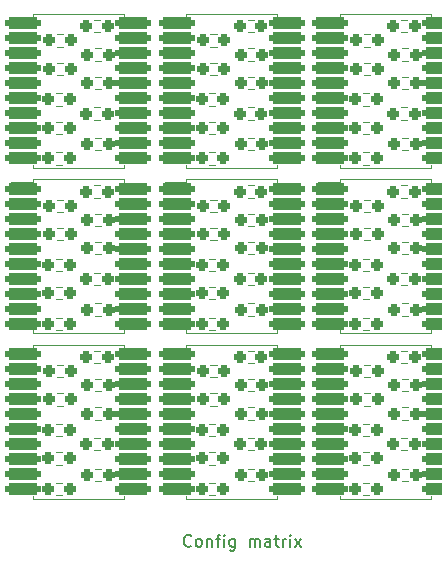
<source format=gto>
G04 #@! TF.GenerationSoftware,KiCad,Pcbnew,7.0.7*
G04 #@! TF.CreationDate,2023-11-30T18:24:32+01:00*
G04 #@! TF.ProjectId,10K_RNet,31304b5f-524e-4657-942e-6b696361645f,rev?*
G04 #@! TF.SameCoordinates,Original*
G04 #@! TF.FileFunction,Legend,Top*
G04 #@! TF.FilePolarity,Positive*
%FSLAX46Y46*%
G04 Gerber Fmt 4.6, Leading zero omitted, Abs format (unit mm)*
G04 Created by KiCad (PCBNEW 7.0.7) date 2023-11-30 18:24:32*
%MOMM*%
%LPD*%
G01*
G04 APERTURE LIST*
G04 Aperture macros list*
%AMRoundRect*
0 Rectangle with rounded corners*
0 $1 Rounding radius*
0 $2 $3 $4 $5 $6 $7 $8 $9 X,Y pos of 4 corners*
0 Add a 4 corners polygon primitive as box body*
4,1,4,$2,$3,$4,$5,$6,$7,$8,$9,$2,$3,0*
0 Add four circle primitives for the rounded corners*
1,1,$1+$1,$2,$3*
1,1,$1+$1,$4,$5*
1,1,$1+$1,$6,$7*
1,1,$1+$1,$8,$9*
0 Add four rect primitives between the rounded corners*
20,1,$1+$1,$2,$3,$4,$5,0*
20,1,$1+$1,$4,$5,$6,$7,0*
20,1,$1+$1,$6,$7,$8,$9,0*
20,1,$1+$1,$8,$9,$2,$3,0*%
G04 Aperture macros list end*
%ADD10C,0.150000*%
%ADD11C,0.120000*%
%ADD12RoundRect,0.237500X-0.250000X-0.237500X0.250000X-0.237500X0.250000X0.237500X-0.250000X0.237500X0*%
%ADD13RoundRect,0.275000X-1.225000X-0.275000X1.225000X-0.275000X1.225000X0.275000X-1.225000X0.275000X0*%
G04 APERTURE END LIST*
D10*
X76908207Y-85774580D02*
X76860588Y-85822200D01*
X76860588Y-85822200D02*
X76717731Y-85869819D01*
X76717731Y-85869819D02*
X76622493Y-85869819D01*
X76622493Y-85869819D02*
X76479636Y-85822200D01*
X76479636Y-85822200D02*
X76384398Y-85726961D01*
X76384398Y-85726961D02*
X76336779Y-85631723D01*
X76336779Y-85631723D02*
X76289160Y-85441247D01*
X76289160Y-85441247D02*
X76289160Y-85298390D01*
X76289160Y-85298390D02*
X76336779Y-85107914D01*
X76336779Y-85107914D02*
X76384398Y-85012676D01*
X76384398Y-85012676D02*
X76479636Y-84917438D01*
X76479636Y-84917438D02*
X76622493Y-84869819D01*
X76622493Y-84869819D02*
X76717731Y-84869819D01*
X76717731Y-84869819D02*
X76860588Y-84917438D01*
X76860588Y-84917438D02*
X76908207Y-84965057D01*
X77479636Y-85869819D02*
X77384398Y-85822200D01*
X77384398Y-85822200D02*
X77336779Y-85774580D01*
X77336779Y-85774580D02*
X77289160Y-85679342D01*
X77289160Y-85679342D02*
X77289160Y-85393628D01*
X77289160Y-85393628D02*
X77336779Y-85298390D01*
X77336779Y-85298390D02*
X77384398Y-85250771D01*
X77384398Y-85250771D02*
X77479636Y-85203152D01*
X77479636Y-85203152D02*
X77622493Y-85203152D01*
X77622493Y-85203152D02*
X77717731Y-85250771D01*
X77717731Y-85250771D02*
X77765350Y-85298390D01*
X77765350Y-85298390D02*
X77812969Y-85393628D01*
X77812969Y-85393628D02*
X77812969Y-85679342D01*
X77812969Y-85679342D02*
X77765350Y-85774580D01*
X77765350Y-85774580D02*
X77717731Y-85822200D01*
X77717731Y-85822200D02*
X77622493Y-85869819D01*
X77622493Y-85869819D02*
X77479636Y-85869819D01*
X78241541Y-85203152D02*
X78241541Y-85869819D01*
X78241541Y-85298390D02*
X78289160Y-85250771D01*
X78289160Y-85250771D02*
X78384398Y-85203152D01*
X78384398Y-85203152D02*
X78527255Y-85203152D01*
X78527255Y-85203152D02*
X78622493Y-85250771D01*
X78622493Y-85250771D02*
X78670112Y-85346009D01*
X78670112Y-85346009D02*
X78670112Y-85869819D01*
X79003446Y-85203152D02*
X79384398Y-85203152D01*
X79146303Y-85869819D02*
X79146303Y-85012676D01*
X79146303Y-85012676D02*
X79193922Y-84917438D01*
X79193922Y-84917438D02*
X79289160Y-84869819D01*
X79289160Y-84869819D02*
X79384398Y-84869819D01*
X79717732Y-85869819D02*
X79717732Y-85203152D01*
X79717732Y-84869819D02*
X79670113Y-84917438D01*
X79670113Y-84917438D02*
X79717732Y-84965057D01*
X79717732Y-84965057D02*
X79765351Y-84917438D01*
X79765351Y-84917438D02*
X79717732Y-84869819D01*
X79717732Y-84869819D02*
X79717732Y-84965057D01*
X80622493Y-85203152D02*
X80622493Y-86012676D01*
X80622493Y-86012676D02*
X80574874Y-86107914D01*
X80574874Y-86107914D02*
X80527255Y-86155533D01*
X80527255Y-86155533D02*
X80432017Y-86203152D01*
X80432017Y-86203152D02*
X80289160Y-86203152D01*
X80289160Y-86203152D02*
X80193922Y-86155533D01*
X80622493Y-85822200D02*
X80527255Y-85869819D01*
X80527255Y-85869819D02*
X80336779Y-85869819D01*
X80336779Y-85869819D02*
X80241541Y-85822200D01*
X80241541Y-85822200D02*
X80193922Y-85774580D01*
X80193922Y-85774580D02*
X80146303Y-85679342D01*
X80146303Y-85679342D02*
X80146303Y-85393628D01*
X80146303Y-85393628D02*
X80193922Y-85298390D01*
X80193922Y-85298390D02*
X80241541Y-85250771D01*
X80241541Y-85250771D02*
X80336779Y-85203152D01*
X80336779Y-85203152D02*
X80527255Y-85203152D01*
X80527255Y-85203152D02*
X80622493Y-85250771D01*
X81860589Y-85869819D02*
X81860589Y-85203152D01*
X81860589Y-85298390D02*
X81908208Y-85250771D01*
X81908208Y-85250771D02*
X82003446Y-85203152D01*
X82003446Y-85203152D02*
X82146303Y-85203152D01*
X82146303Y-85203152D02*
X82241541Y-85250771D01*
X82241541Y-85250771D02*
X82289160Y-85346009D01*
X82289160Y-85346009D02*
X82289160Y-85869819D01*
X82289160Y-85346009D02*
X82336779Y-85250771D01*
X82336779Y-85250771D02*
X82432017Y-85203152D01*
X82432017Y-85203152D02*
X82574874Y-85203152D01*
X82574874Y-85203152D02*
X82670113Y-85250771D01*
X82670113Y-85250771D02*
X82717732Y-85346009D01*
X82717732Y-85346009D02*
X82717732Y-85869819D01*
X83622493Y-85869819D02*
X83622493Y-85346009D01*
X83622493Y-85346009D02*
X83574874Y-85250771D01*
X83574874Y-85250771D02*
X83479636Y-85203152D01*
X83479636Y-85203152D02*
X83289160Y-85203152D01*
X83289160Y-85203152D02*
X83193922Y-85250771D01*
X83622493Y-85822200D02*
X83527255Y-85869819D01*
X83527255Y-85869819D02*
X83289160Y-85869819D01*
X83289160Y-85869819D02*
X83193922Y-85822200D01*
X83193922Y-85822200D02*
X83146303Y-85726961D01*
X83146303Y-85726961D02*
X83146303Y-85631723D01*
X83146303Y-85631723D02*
X83193922Y-85536485D01*
X83193922Y-85536485D02*
X83289160Y-85488866D01*
X83289160Y-85488866D02*
X83527255Y-85488866D01*
X83527255Y-85488866D02*
X83622493Y-85441247D01*
X83955827Y-85203152D02*
X84336779Y-85203152D01*
X84098684Y-84869819D02*
X84098684Y-85726961D01*
X84098684Y-85726961D02*
X84146303Y-85822200D01*
X84146303Y-85822200D02*
X84241541Y-85869819D01*
X84241541Y-85869819D02*
X84336779Y-85869819D01*
X84670113Y-85869819D02*
X84670113Y-85203152D01*
X84670113Y-85393628D02*
X84717732Y-85298390D01*
X84717732Y-85298390D02*
X84765351Y-85250771D01*
X84765351Y-85250771D02*
X84860589Y-85203152D01*
X84860589Y-85203152D02*
X84955827Y-85203152D01*
X85289161Y-85869819D02*
X85289161Y-85203152D01*
X85289161Y-84869819D02*
X85241542Y-84917438D01*
X85241542Y-84917438D02*
X85289161Y-84965057D01*
X85289161Y-84965057D02*
X85336780Y-84917438D01*
X85336780Y-84917438D02*
X85289161Y-84869819D01*
X85289161Y-84869819D02*
X85289161Y-84965057D01*
X85670113Y-85869819D02*
X86193922Y-85203152D01*
X85670113Y-85203152D02*
X86193922Y-85869819D01*
D11*
X91545276Y-70477500D02*
X92054724Y-70477500D01*
X91545276Y-71522500D02*
X92054724Y-71522500D01*
X94745276Y-74077500D02*
X95254724Y-74077500D01*
X94745276Y-75122500D02*
X95254724Y-75122500D01*
X94695276Y-69277500D02*
X95204724Y-69277500D01*
X94695276Y-70322500D02*
X95204724Y-70322500D01*
X91445276Y-75477500D02*
X91954724Y-75477500D01*
X91445276Y-76522500D02*
X91954724Y-76522500D01*
X94745276Y-79277500D02*
X95254724Y-79277500D01*
X94745276Y-80322500D02*
X95254724Y-80322500D01*
X91545276Y-72877500D02*
X92054724Y-72877500D01*
X91545276Y-73922500D02*
X92054724Y-73922500D01*
X89490000Y-68775000D02*
X89490000Y-69010000D01*
X89490000Y-69010000D02*
X87675000Y-69010000D01*
X89490000Y-81795000D02*
X89490000Y-81560000D01*
X93350000Y-68775000D02*
X89490000Y-68775000D01*
X93350000Y-68775000D02*
X97210000Y-68775000D01*
X93350000Y-81795000D02*
X89490000Y-81795000D01*
X93350000Y-81795000D02*
X97210000Y-81795000D01*
X97210000Y-68775000D02*
X97210000Y-69010000D01*
X97210000Y-81795000D02*
X97210000Y-81560000D01*
X94745276Y-71677500D02*
X95254724Y-71677500D01*
X94745276Y-72722500D02*
X95254724Y-72722500D01*
X91445276Y-77877500D02*
X91954724Y-77877500D01*
X91445276Y-78922500D02*
X91954724Y-78922500D01*
X91445276Y-80477500D02*
X91954724Y-80477500D01*
X91445276Y-81522500D02*
X91954724Y-81522500D01*
X94695276Y-76677500D02*
X95204724Y-76677500D01*
X94695276Y-77722500D02*
X95204724Y-77722500D01*
X78545276Y-70477500D02*
X79054724Y-70477500D01*
X78545276Y-71522500D02*
X79054724Y-71522500D01*
X81745276Y-74077500D02*
X82254724Y-74077500D01*
X81745276Y-75122500D02*
X82254724Y-75122500D01*
X81695276Y-69277500D02*
X82204724Y-69277500D01*
X81695276Y-70322500D02*
X82204724Y-70322500D01*
X78445276Y-75477500D02*
X78954724Y-75477500D01*
X78445276Y-76522500D02*
X78954724Y-76522500D01*
X81745276Y-79277500D02*
X82254724Y-79277500D01*
X81745276Y-80322500D02*
X82254724Y-80322500D01*
X78545276Y-72877500D02*
X79054724Y-72877500D01*
X78545276Y-73922500D02*
X79054724Y-73922500D01*
X76490000Y-68775000D02*
X76490000Y-69010000D01*
X76490000Y-69010000D02*
X74675000Y-69010000D01*
X76490000Y-81795000D02*
X76490000Y-81560000D01*
X80350000Y-68775000D02*
X76490000Y-68775000D01*
X80350000Y-68775000D02*
X84210000Y-68775000D01*
X80350000Y-81795000D02*
X76490000Y-81795000D01*
X80350000Y-81795000D02*
X84210000Y-81795000D01*
X84210000Y-68775000D02*
X84210000Y-69010000D01*
X84210000Y-81795000D02*
X84210000Y-81560000D01*
X81745276Y-71677500D02*
X82254724Y-71677500D01*
X81745276Y-72722500D02*
X82254724Y-72722500D01*
X78445276Y-77877500D02*
X78954724Y-77877500D01*
X78445276Y-78922500D02*
X78954724Y-78922500D01*
X78445276Y-80477500D02*
X78954724Y-80477500D01*
X78445276Y-81522500D02*
X78954724Y-81522500D01*
X81695276Y-76677500D02*
X82204724Y-76677500D01*
X81695276Y-77722500D02*
X82204724Y-77722500D01*
X91545276Y-56477500D02*
X92054724Y-56477500D01*
X91545276Y-57522500D02*
X92054724Y-57522500D01*
X94745276Y-60077500D02*
X95254724Y-60077500D01*
X94745276Y-61122500D02*
X95254724Y-61122500D01*
X94695276Y-55277500D02*
X95204724Y-55277500D01*
X94695276Y-56322500D02*
X95204724Y-56322500D01*
X91445276Y-61477500D02*
X91954724Y-61477500D01*
X91445276Y-62522500D02*
X91954724Y-62522500D01*
X94745276Y-65277500D02*
X95254724Y-65277500D01*
X94745276Y-66322500D02*
X95254724Y-66322500D01*
X91545276Y-58877500D02*
X92054724Y-58877500D01*
X91545276Y-59922500D02*
X92054724Y-59922500D01*
X89490000Y-54775000D02*
X89490000Y-55010000D01*
X89490000Y-55010000D02*
X87675000Y-55010000D01*
X89490000Y-67795000D02*
X89490000Y-67560000D01*
X93350000Y-54775000D02*
X89490000Y-54775000D01*
X93350000Y-54775000D02*
X97210000Y-54775000D01*
X93350000Y-67795000D02*
X89490000Y-67795000D01*
X93350000Y-67795000D02*
X97210000Y-67795000D01*
X97210000Y-54775000D02*
X97210000Y-55010000D01*
X97210000Y-67795000D02*
X97210000Y-67560000D01*
X94745276Y-57677500D02*
X95254724Y-57677500D01*
X94745276Y-58722500D02*
X95254724Y-58722500D01*
X91445276Y-63877500D02*
X91954724Y-63877500D01*
X91445276Y-64922500D02*
X91954724Y-64922500D01*
X91445276Y-66477500D02*
X91954724Y-66477500D01*
X91445276Y-67522500D02*
X91954724Y-67522500D01*
X94695276Y-62677500D02*
X95204724Y-62677500D01*
X94695276Y-63722500D02*
X95204724Y-63722500D01*
X78545276Y-56477500D02*
X79054724Y-56477500D01*
X78545276Y-57522500D02*
X79054724Y-57522500D01*
X81745276Y-60077500D02*
X82254724Y-60077500D01*
X81745276Y-61122500D02*
X82254724Y-61122500D01*
X81695276Y-55277500D02*
X82204724Y-55277500D01*
X81695276Y-56322500D02*
X82204724Y-56322500D01*
X78445276Y-61477500D02*
X78954724Y-61477500D01*
X78445276Y-62522500D02*
X78954724Y-62522500D01*
X81745276Y-65277500D02*
X82254724Y-65277500D01*
X81745276Y-66322500D02*
X82254724Y-66322500D01*
X78545276Y-58877500D02*
X79054724Y-58877500D01*
X78545276Y-59922500D02*
X79054724Y-59922500D01*
X76490000Y-54775000D02*
X76490000Y-55010000D01*
X76490000Y-55010000D02*
X74675000Y-55010000D01*
X76490000Y-67795000D02*
X76490000Y-67560000D01*
X80350000Y-54775000D02*
X76490000Y-54775000D01*
X80350000Y-54775000D02*
X84210000Y-54775000D01*
X80350000Y-67795000D02*
X76490000Y-67795000D01*
X80350000Y-67795000D02*
X84210000Y-67795000D01*
X84210000Y-54775000D02*
X84210000Y-55010000D01*
X84210000Y-67795000D02*
X84210000Y-67560000D01*
X81745276Y-57677500D02*
X82254724Y-57677500D01*
X81745276Y-58722500D02*
X82254724Y-58722500D01*
X78445276Y-63877500D02*
X78954724Y-63877500D01*
X78445276Y-64922500D02*
X78954724Y-64922500D01*
X78445276Y-66477500D02*
X78954724Y-66477500D01*
X78445276Y-67522500D02*
X78954724Y-67522500D01*
X81695276Y-62677500D02*
X82204724Y-62677500D01*
X81695276Y-63722500D02*
X82204724Y-63722500D01*
X65545276Y-70477500D02*
X66054724Y-70477500D01*
X65545276Y-71522500D02*
X66054724Y-71522500D01*
X68745276Y-74077500D02*
X69254724Y-74077500D01*
X68745276Y-75122500D02*
X69254724Y-75122500D01*
X68695276Y-69277500D02*
X69204724Y-69277500D01*
X68695276Y-70322500D02*
X69204724Y-70322500D01*
X65445276Y-75477500D02*
X65954724Y-75477500D01*
X65445276Y-76522500D02*
X65954724Y-76522500D01*
X68745276Y-79277500D02*
X69254724Y-79277500D01*
X68745276Y-80322500D02*
X69254724Y-80322500D01*
X65545276Y-72877500D02*
X66054724Y-72877500D01*
X65545276Y-73922500D02*
X66054724Y-73922500D01*
X63490000Y-68775000D02*
X63490000Y-69010000D01*
X63490000Y-69010000D02*
X61675000Y-69010000D01*
X63490000Y-81795000D02*
X63490000Y-81560000D01*
X67350000Y-68775000D02*
X63490000Y-68775000D01*
X67350000Y-68775000D02*
X71210000Y-68775000D01*
X67350000Y-81795000D02*
X63490000Y-81795000D01*
X67350000Y-81795000D02*
X71210000Y-81795000D01*
X71210000Y-68775000D02*
X71210000Y-69010000D01*
X71210000Y-81795000D02*
X71210000Y-81560000D01*
X68745276Y-71677500D02*
X69254724Y-71677500D01*
X68745276Y-72722500D02*
X69254724Y-72722500D01*
X65445276Y-77877500D02*
X65954724Y-77877500D01*
X65445276Y-78922500D02*
X65954724Y-78922500D01*
X65445276Y-80477500D02*
X65954724Y-80477500D01*
X65445276Y-81522500D02*
X65954724Y-81522500D01*
X68695276Y-76677500D02*
X69204724Y-76677500D01*
X68695276Y-77722500D02*
X69204724Y-77722500D01*
X65545276Y-56477500D02*
X66054724Y-56477500D01*
X65545276Y-57522500D02*
X66054724Y-57522500D01*
X68745276Y-60077500D02*
X69254724Y-60077500D01*
X68745276Y-61122500D02*
X69254724Y-61122500D01*
X68695276Y-55277500D02*
X69204724Y-55277500D01*
X68695276Y-56322500D02*
X69204724Y-56322500D01*
X65445276Y-61477500D02*
X65954724Y-61477500D01*
X65445276Y-62522500D02*
X65954724Y-62522500D01*
X68745276Y-65277500D02*
X69254724Y-65277500D01*
X68745276Y-66322500D02*
X69254724Y-66322500D01*
X65545276Y-58877500D02*
X66054724Y-58877500D01*
X65545276Y-59922500D02*
X66054724Y-59922500D01*
X63490000Y-54775000D02*
X63490000Y-55010000D01*
X63490000Y-55010000D02*
X61675000Y-55010000D01*
X63490000Y-67795000D02*
X63490000Y-67560000D01*
X67350000Y-54775000D02*
X63490000Y-54775000D01*
X67350000Y-54775000D02*
X71210000Y-54775000D01*
X67350000Y-67795000D02*
X63490000Y-67795000D01*
X67350000Y-67795000D02*
X71210000Y-67795000D01*
X71210000Y-54775000D02*
X71210000Y-55010000D01*
X71210000Y-67795000D02*
X71210000Y-67560000D01*
X68745276Y-57677500D02*
X69254724Y-57677500D01*
X68745276Y-58722500D02*
X69254724Y-58722500D01*
X65445276Y-63877500D02*
X65954724Y-63877500D01*
X65445276Y-64922500D02*
X65954724Y-64922500D01*
X65445276Y-66477500D02*
X65954724Y-66477500D01*
X65445276Y-67522500D02*
X65954724Y-67522500D01*
X68695276Y-62677500D02*
X69204724Y-62677500D01*
X68695276Y-63722500D02*
X69204724Y-63722500D01*
X91545276Y-42477500D02*
X92054724Y-42477500D01*
X91545276Y-43522500D02*
X92054724Y-43522500D01*
X94745276Y-46077500D02*
X95254724Y-46077500D01*
X94745276Y-47122500D02*
X95254724Y-47122500D01*
X94695276Y-41277500D02*
X95204724Y-41277500D01*
X94695276Y-42322500D02*
X95204724Y-42322500D01*
X91445276Y-47477500D02*
X91954724Y-47477500D01*
X91445276Y-48522500D02*
X91954724Y-48522500D01*
X94745276Y-51277500D02*
X95254724Y-51277500D01*
X94745276Y-52322500D02*
X95254724Y-52322500D01*
X91545276Y-44877500D02*
X92054724Y-44877500D01*
X91545276Y-45922500D02*
X92054724Y-45922500D01*
X89490000Y-40775000D02*
X89490000Y-41010000D01*
X89490000Y-41010000D02*
X87675000Y-41010000D01*
X89490000Y-53795000D02*
X89490000Y-53560000D01*
X93350000Y-40775000D02*
X89490000Y-40775000D01*
X93350000Y-40775000D02*
X97210000Y-40775000D01*
X93350000Y-53795000D02*
X89490000Y-53795000D01*
X93350000Y-53795000D02*
X97210000Y-53795000D01*
X97210000Y-40775000D02*
X97210000Y-41010000D01*
X97210000Y-53795000D02*
X97210000Y-53560000D01*
X94745276Y-43677500D02*
X95254724Y-43677500D01*
X94745276Y-44722500D02*
X95254724Y-44722500D01*
X91445276Y-49877500D02*
X91954724Y-49877500D01*
X91445276Y-50922500D02*
X91954724Y-50922500D01*
X91445276Y-52477500D02*
X91954724Y-52477500D01*
X91445276Y-53522500D02*
X91954724Y-53522500D01*
X94695276Y-48677500D02*
X95204724Y-48677500D01*
X94695276Y-49722500D02*
X95204724Y-49722500D01*
X78545276Y-42477500D02*
X79054724Y-42477500D01*
X78545276Y-43522500D02*
X79054724Y-43522500D01*
X81745276Y-46077500D02*
X82254724Y-46077500D01*
X81745276Y-47122500D02*
X82254724Y-47122500D01*
X81695276Y-41277500D02*
X82204724Y-41277500D01*
X81695276Y-42322500D02*
X82204724Y-42322500D01*
X78445276Y-47477500D02*
X78954724Y-47477500D01*
X78445276Y-48522500D02*
X78954724Y-48522500D01*
X81745276Y-51277500D02*
X82254724Y-51277500D01*
X81745276Y-52322500D02*
X82254724Y-52322500D01*
X78545276Y-44877500D02*
X79054724Y-44877500D01*
X78545276Y-45922500D02*
X79054724Y-45922500D01*
X76490000Y-40775000D02*
X76490000Y-41010000D01*
X76490000Y-41010000D02*
X74675000Y-41010000D01*
X76490000Y-53795000D02*
X76490000Y-53560000D01*
X80350000Y-40775000D02*
X76490000Y-40775000D01*
X80350000Y-40775000D02*
X84210000Y-40775000D01*
X80350000Y-53795000D02*
X76490000Y-53795000D01*
X80350000Y-53795000D02*
X84210000Y-53795000D01*
X84210000Y-40775000D02*
X84210000Y-41010000D01*
X84210000Y-53795000D02*
X84210000Y-53560000D01*
X81745276Y-43677500D02*
X82254724Y-43677500D01*
X81745276Y-44722500D02*
X82254724Y-44722500D01*
X78445276Y-49877500D02*
X78954724Y-49877500D01*
X78445276Y-50922500D02*
X78954724Y-50922500D01*
X78445276Y-52477500D02*
X78954724Y-52477500D01*
X78445276Y-53522500D02*
X78954724Y-53522500D01*
X81695276Y-48677500D02*
X82204724Y-48677500D01*
X81695276Y-49722500D02*
X82204724Y-49722500D01*
X68695276Y-48677500D02*
X69204724Y-48677500D01*
X68695276Y-49722500D02*
X69204724Y-49722500D01*
X65445276Y-52477500D02*
X65954724Y-52477500D01*
X65445276Y-53522500D02*
X65954724Y-53522500D01*
X65445276Y-49877500D02*
X65954724Y-49877500D01*
X65445276Y-50922500D02*
X65954724Y-50922500D01*
X65545276Y-42477500D02*
X66054724Y-42477500D01*
X65545276Y-43522500D02*
X66054724Y-43522500D01*
X68745276Y-43677500D02*
X69254724Y-43677500D01*
X68745276Y-44722500D02*
X69254724Y-44722500D01*
X68745276Y-51277500D02*
X69254724Y-51277500D01*
X68745276Y-52322500D02*
X69254724Y-52322500D01*
X63490000Y-40775000D02*
X63490000Y-41010000D01*
X63490000Y-41010000D02*
X61675000Y-41010000D01*
X63490000Y-53795000D02*
X63490000Y-53560000D01*
X67350000Y-40775000D02*
X63490000Y-40775000D01*
X67350000Y-40775000D02*
X71210000Y-40775000D01*
X67350000Y-53795000D02*
X63490000Y-53795000D01*
X67350000Y-53795000D02*
X71210000Y-53795000D01*
X71210000Y-40775000D02*
X71210000Y-41010000D01*
X71210000Y-53795000D02*
X71210000Y-53560000D01*
X68695276Y-41277500D02*
X69204724Y-41277500D01*
X68695276Y-42322500D02*
X69204724Y-42322500D01*
X65545276Y-44877500D02*
X66054724Y-44877500D01*
X65545276Y-45922500D02*
X66054724Y-45922500D01*
X68745276Y-46077500D02*
X69254724Y-46077500D01*
X68745276Y-47122500D02*
X69254724Y-47122500D01*
X65445276Y-47477500D02*
X65954724Y-47477500D01*
X65445276Y-48522500D02*
X65954724Y-48522500D01*
%LPC*%
D12*
X90887500Y-71000000D03*
X92712500Y-71000000D03*
X94087500Y-74600000D03*
X95912500Y-74600000D03*
X94037500Y-69800000D03*
X95862500Y-69800000D03*
X90787500Y-76000000D03*
X92612500Y-76000000D03*
X94087500Y-79800000D03*
X95912500Y-79800000D03*
X90887500Y-73400000D03*
X92712500Y-73400000D03*
D13*
X88700000Y-69570000D03*
X88700000Y-72110000D03*
X88700000Y-73380000D03*
X88700000Y-74650000D03*
X88700000Y-75920000D03*
X88700000Y-77190000D03*
X88700000Y-78460000D03*
X88700000Y-79730000D03*
X88700000Y-81000000D03*
X98000000Y-69570000D03*
X98000000Y-70840000D03*
X98000000Y-72110000D03*
X98000000Y-73380000D03*
X98000000Y-74650000D03*
X98000000Y-75920000D03*
X98000000Y-77190000D03*
X98000000Y-78460000D03*
X98000000Y-79730000D03*
X98000000Y-81000000D03*
X88700000Y-70840000D03*
D12*
X94087500Y-72200000D03*
X95912500Y-72200000D03*
X90787500Y-78400000D03*
X92612500Y-78400000D03*
X90787500Y-81000000D03*
X92612500Y-81000000D03*
X94037500Y-77200000D03*
X95862500Y-77200000D03*
X77887500Y-71000000D03*
X79712500Y-71000000D03*
X81087500Y-74600000D03*
X82912500Y-74600000D03*
X81037500Y-69800000D03*
X82862500Y-69800000D03*
X77787500Y-76000000D03*
X79612500Y-76000000D03*
X81087500Y-79800000D03*
X82912500Y-79800000D03*
X77887500Y-73400000D03*
X79712500Y-73400000D03*
D13*
X75700000Y-69570000D03*
X75700000Y-72110000D03*
X75700000Y-73380000D03*
X75700000Y-74650000D03*
X75700000Y-75920000D03*
X75700000Y-77190000D03*
X75700000Y-78460000D03*
X75700000Y-79730000D03*
X75700000Y-81000000D03*
X85000000Y-69570000D03*
X85000000Y-70840000D03*
X85000000Y-72110000D03*
X85000000Y-73380000D03*
X85000000Y-74650000D03*
X85000000Y-75920000D03*
X85000000Y-77190000D03*
X85000000Y-78460000D03*
X85000000Y-79730000D03*
X85000000Y-81000000D03*
X75700000Y-70840000D03*
D12*
X81087500Y-72200000D03*
X82912500Y-72200000D03*
X77787500Y-78400000D03*
X79612500Y-78400000D03*
X77787500Y-81000000D03*
X79612500Y-81000000D03*
X81037500Y-77200000D03*
X82862500Y-77200000D03*
X90887500Y-57000000D03*
X92712500Y-57000000D03*
X94087500Y-60600000D03*
X95912500Y-60600000D03*
X94037500Y-55800000D03*
X95862500Y-55800000D03*
X90787500Y-62000000D03*
X92612500Y-62000000D03*
X94087500Y-65800000D03*
X95912500Y-65800000D03*
X90887500Y-59400000D03*
X92712500Y-59400000D03*
D13*
X88700000Y-55570000D03*
X88700000Y-58110000D03*
X88700000Y-59380000D03*
X88700000Y-60650000D03*
X88700000Y-61920000D03*
X88700000Y-63190000D03*
X88700000Y-64460000D03*
X88700000Y-65730000D03*
X88700000Y-67000000D03*
X98000000Y-55570000D03*
X98000000Y-56840000D03*
X98000000Y-58110000D03*
X98000000Y-59380000D03*
X98000000Y-60650000D03*
X98000000Y-61920000D03*
X98000000Y-63190000D03*
X98000000Y-64460000D03*
X98000000Y-65730000D03*
X98000000Y-67000000D03*
X88700000Y-56840000D03*
D12*
X94087500Y-58200000D03*
X95912500Y-58200000D03*
X90787500Y-64400000D03*
X92612500Y-64400000D03*
X90787500Y-67000000D03*
X92612500Y-67000000D03*
X94037500Y-63200000D03*
X95862500Y-63200000D03*
X77887500Y-57000000D03*
X79712500Y-57000000D03*
X81087500Y-60600000D03*
X82912500Y-60600000D03*
X81037500Y-55800000D03*
X82862500Y-55800000D03*
X77787500Y-62000000D03*
X79612500Y-62000000D03*
X81087500Y-65800000D03*
X82912500Y-65800000D03*
X77887500Y-59400000D03*
X79712500Y-59400000D03*
D13*
X75700000Y-55570000D03*
X75700000Y-58110000D03*
X75700000Y-59380000D03*
X75700000Y-60650000D03*
X75700000Y-61920000D03*
X75700000Y-63190000D03*
X75700000Y-64460000D03*
X75700000Y-65730000D03*
X75700000Y-67000000D03*
X85000000Y-55570000D03*
X85000000Y-56840000D03*
X85000000Y-58110000D03*
X85000000Y-59380000D03*
X85000000Y-60650000D03*
X85000000Y-61920000D03*
X85000000Y-63190000D03*
X85000000Y-64460000D03*
X85000000Y-65730000D03*
X85000000Y-67000000D03*
X75700000Y-56840000D03*
D12*
X81087500Y-58200000D03*
X82912500Y-58200000D03*
X77787500Y-64400000D03*
X79612500Y-64400000D03*
X77787500Y-67000000D03*
X79612500Y-67000000D03*
X81037500Y-63200000D03*
X82862500Y-63200000D03*
X64887500Y-71000000D03*
X66712500Y-71000000D03*
X68087500Y-74600000D03*
X69912500Y-74600000D03*
X68037500Y-69800000D03*
X69862500Y-69800000D03*
X64787500Y-76000000D03*
X66612500Y-76000000D03*
X68087500Y-79800000D03*
X69912500Y-79800000D03*
X64887500Y-73400000D03*
X66712500Y-73400000D03*
D13*
X62700000Y-69570000D03*
X62700000Y-72110000D03*
X62700000Y-73380000D03*
X62700000Y-74650000D03*
X62700000Y-75920000D03*
X62700000Y-77190000D03*
X62700000Y-78460000D03*
X62700000Y-79730000D03*
X62700000Y-81000000D03*
X72000000Y-69570000D03*
X72000000Y-70840000D03*
X72000000Y-72110000D03*
X72000000Y-73380000D03*
X72000000Y-74650000D03*
X72000000Y-75920000D03*
X72000000Y-77190000D03*
X72000000Y-78460000D03*
X72000000Y-79730000D03*
X72000000Y-81000000D03*
X62700000Y-70840000D03*
D12*
X68087500Y-72200000D03*
X69912500Y-72200000D03*
X64787500Y-78400000D03*
X66612500Y-78400000D03*
X64787500Y-81000000D03*
X66612500Y-81000000D03*
X68037500Y-77200000D03*
X69862500Y-77200000D03*
X64887500Y-57000000D03*
X66712500Y-57000000D03*
X68087500Y-60600000D03*
X69912500Y-60600000D03*
X68037500Y-55800000D03*
X69862500Y-55800000D03*
X64787500Y-62000000D03*
X66612500Y-62000000D03*
X68087500Y-65800000D03*
X69912500Y-65800000D03*
X64887500Y-59400000D03*
X66712500Y-59400000D03*
D13*
X62700000Y-55570000D03*
X62700000Y-58110000D03*
X62700000Y-59380000D03*
X62700000Y-60650000D03*
X62700000Y-61920000D03*
X62700000Y-63190000D03*
X62700000Y-64460000D03*
X62700000Y-65730000D03*
X62700000Y-67000000D03*
X72000000Y-55570000D03*
X72000000Y-56840000D03*
X72000000Y-58110000D03*
X72000000Y-59380000D03*
X72000000Y-60650000D03*
X72000000Y-61920000D03*
X72000000Y-63190000D03*
X72000000Y-64460000D03*
X72000000Y-65730000D03*
X72000000Y-67000000D03*
X62700000Y-56840000D03*
D12*
X68087500Y-58200000D03*
X69912500Y-58200000D03*
X64787500Y-64400000D03*
X66612500Y-64400000D03*
X64787500Y-67000000D03*
X66612500Y-67000000D03*
X68037500Y-63200000D03*
X69862500Y-63200000D03*
X90887500Y-43000000D03*
X92712500Y-43000000D03*
X94087500Y-46600000D03*
X95912500Y-46600000D03*
X94037500Y-41800000D03*
X95862500Y-41800000D03*
X90787500Y-48000000D03*
X92612500Y-48000000D03*
X94087500Y-51800000D03*
X95912500Y-51800000D03*
X90887500Y-45400000D03*
X92712500Y-45400000D03*
D13*
X88700000Y-41570000D03*
X88700000Y-44110000D03*
X88700000Y-45380000D03*
X88700000Y-46650000D03*
X88700000Y-47920000D03*
X88700000Y-49190000D03*
X88700000Y-50460000D03*
X88700000Y-51730000D03*
X88700000Y-53000000D03*
X98000000Y-41570000D03*
X98000000Y-42840000D03*
X98000000Y-44110000D03*
X98000000Y-45380000D03*
X98000000Y-46650000D03*
X98000000Y-47920000D03*
X98000000Y-49190000D03*
X98000000Y-50460000D03*
X98000000Y-51730000D03*
X98000000Y-53000000D03*
X88700000Y-42840000D03*
D12*
X94087500Y-44200000D03*
X95912500Y-44200000D03*
X90787500Y-50400000D03*
X92612500Y-50400000D03*
X90787500Y-53000000D03*
X92612500Y-53000000D03*
X94037500Y-49200000D03*
X95862500Y-49200000D03*
X77887500Y-43000000D03*
X79712500Y-43000000D03*
X81087500Y-46600000D03*
X82912500Y-46600000D03*
X81037500Y-41800000D03*
X82862500Y-41800000D03*
X77787500Y-48000000D03*
X79612500Y-48000000D03*
X81087500Y-51800000D03*
X82912500Y-51800000D03*
X77887500Y-45400000D03*
X79712500Y-45400000D03*
D13*
X75700000Y-41570000D03*
X75700000Y-44110000D03*
X75700000Y-45380000D03*
X75700000Y-46650000D03*
X75700000Y-47920000D03*
X75700000Y-49190000D03*
X75700000Y-50460000D03*
X75700000Y-51730000D03*
X75700000Y-53000000D03*
X85000000Y-41570000D03*
X85000000Y-42840000D03*
X85000000Y-44110000D03*
X85000000Y-45380000D03*
X85000000Y-46650000D03*
X85000000Y-47920000D03*
X85000000Y-49190000D03*
X85000000Y-50460000D03*
X85000000Y-51730000D03*
X85000000Y-53000000D03*
X75700000Y-42840000D03*
D12*
X81087500Y-44200000D03*
X82912500Y-44200000D03*
X77787500Y-50400000D03*
X79612500Y-50400000D03*
X77787500Y-53000000D03*
X79612500Y-53000000D03*
X81037500Y-49200000D03*
X82862500Y-49200000D03*
X68037500Y-49200000D03*
X69862500Y-49200000D03*
X64787500Y-53000000D03*
X66612500Y-53000000D03*
X64787500Y-50400000D03*
X66612500Y-50400000D03*
X64887500Y-43000000D03*
X66712500Y-43000000D03*
X68087500Y-44200000D03*
X69912500Y-44200000D03*
X68087500Y-51800000D03*
X69912500Y-51800000D03*
D13*
X62700000Y-41570000D03*
X62700000Y-44110000D03*
X62700000Y-45380000D03*
X62700000Y-46650000D03*
X62700000Y-47920000D03*
X62700000Y-49190000D03*
X62700000Y-50460000D03*
X62700000Y-51730000D03*
X62700000Y-53000000D03*
X72000000Y-41570000D03*
X72000000Y-42840000D03*
X72000000Y-44110000D03*
X72000000Y-45380000D03*
X72000000Y-46650000D03*
X72000000Y-47920000D03*
X72000000Y-49190000D03*
X72000000Y-50460000D03*
X72000000Y-51730000D03*
X72000000Y-53000000D03*
X62700000Y-42840000D03*
D12*
X68037500Y-41800000D03*
X69862500Y-41800000D03*
X64887500Y-45400000D03*
X66712500Y-45400000D03*
X68087500Y-46600000D03*
X69912500Y-46600000D03*
X64787500Y-48000000D03*
X66612500Y-48000000D03*
%LPD*%
M02*

</source>
